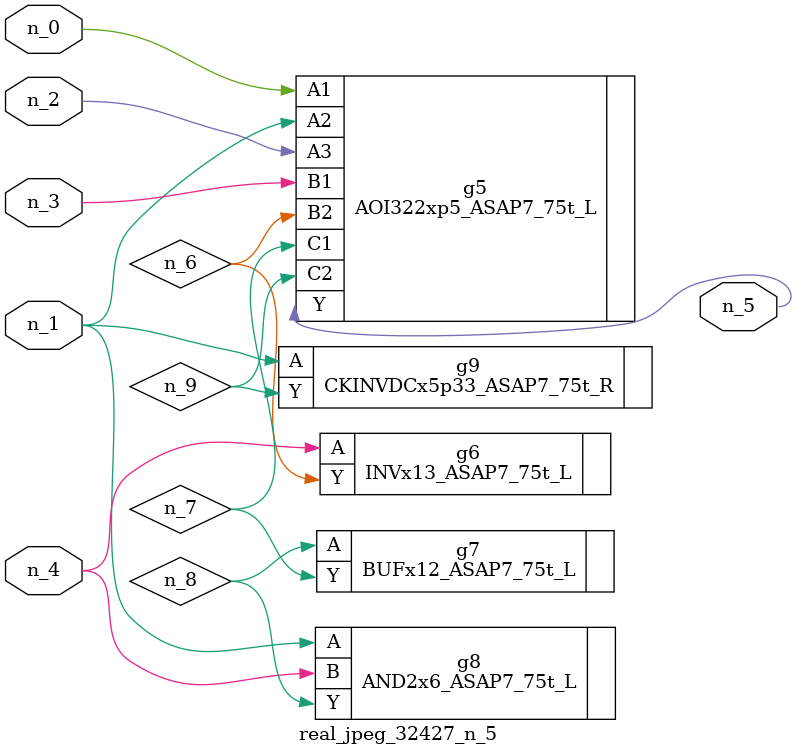
<source format=v>
module real_jpeg_32427_n_5 (n_4, n_0, n_1, n_2, n_3, n_5);

input n_4;
input n_0;
input n_1;
input n_2;
input n_3;

output n_5;

wire n_8;
wire n_6;
wire n_7;
wire n_9;

AOI322xp5_ASAP7_75t_L g5 ( 
.A1(n_0),
.A2(n_1),
.A3(n_2),
.B1(n_3),
.B2(n_6),
.C1(n_7),
.C2(n_9),
.Y(n_5)
);

AND2x6_ASAP7_75t_L g8 ( 
.A(n_1),
.B(n_4),
.Y(n_8)
);

CKINVDCx5p33_ASAP7_75t_R g9 ( 
.A(n_1),
.Y(n_9)
);

INVx13_ASAP7_75t_L g6 ( 
.A(n_4),
.Y(n_6)
);

BUFx12_ASAP7_75t_L g7 ( 
.A(n_8),
.Y(n_7)
);


endmodule
</source>
